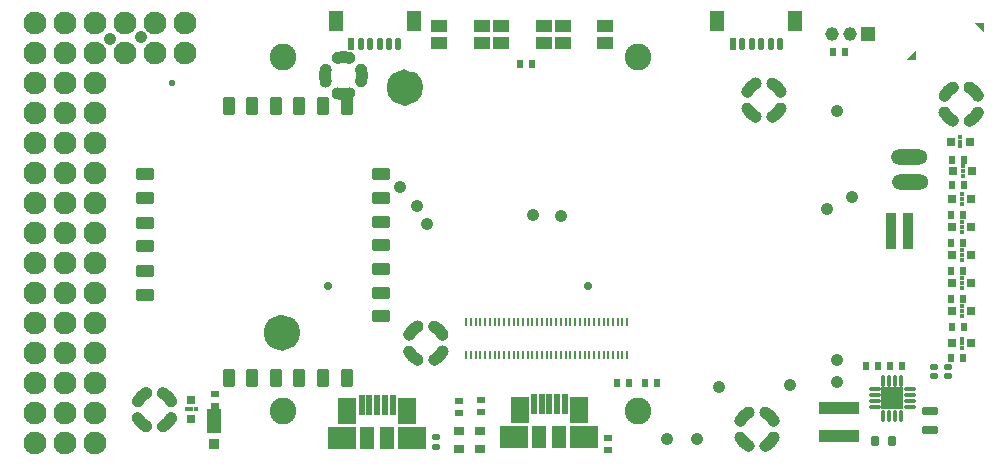
<source format=gbs>
G04 Layer_Color=16711935*
%FSLAX42Y42*%
%MOMM*%
G71*
G01*
G75*
G04:AMPARAMS|DCode=25|XSize=0.51mm|YSize=0.61mm|CornerRadius=0.13mm|HoleSize=0mm|Usage=FLASHONLY|Rotation=270.000|XOffset=0mm|YOffset=0mm|HoleType=Round|Shape=RoundedRectangle|*
%AMROUNDEDRECTD25*
21,1,0.51,0.36,0,0,270.0*
21,1,0.25,0.61,0,0,270.0*
1,1,0.25,-0.18,-0.13*
1,1,0.25,-0.18,0.13*
1,1,0.25,0.18,0.13*
1,1,0.25,0.18,-0.13*
%
%ADD25ROUNDEDRECTD25*%
%ADD31C,1.00*%
G04:AMPARAMS|DCode=67|XSize=0.71mm|YSize=1.32mm|CornerRadius=0.18mm|HoleSize=0mm|Usage=FLASHONLY|Rotation=270.000|XOffset=0mm|YOffset=0mm|HoleType=Round|Shape=RoundedRectangle|*
%AMROUNDEDRECTD67*
21,1,0.71,0.97,0,0,270.0*
21,1,0.36,1.32,0,0,270.0*
1,1,0.36,-0.48,-0.18*
1,1,0.36,-0.48,0.18*
1,1,0.36,0.48,0.18*
1,1,0.36,0.48,-0.18*
%
%ADD67ROUNDEDRECTD67*%
G04:AMPARAMS|DCode=69|XSize=0.61mm|YSize=0.91mm|CornerRadius=0.15mm|HoleSize=0mm|Usage=FLASHONLY|Rotation=0.000|XOffset=0mm|YOffset=0mm|HoleType=Round|Shape=RoundedRectangle|*
%AMROUNDEDRECTD69*
21,1,0.61,0.61,0,0,0.0*
21,1,0.30,0.91,0,0,0.0*
1,1,0.30,0.15,-0.30*
1,1,0.30,-0.15,-0.30*
1,1,0.30,-0.15,0.30*
1,1,0.30,0.15,0.30*
%
%ADD69ROUNDEDRECTD69*%
%ADD100R,0.56X0.66*%
%ADD107C,2.26*%
%ADD108R,0.46X0.46*%
%ADD109C,0.71*%
%ADD110C,1.17*%
%ADD111R,1.17X1.17*%
%ADD112R,0.46X0.46*%
%ADD113C,0.55*%
%ADD114C,1.27*%
%ADD115R,3.45X1.03*%
%ADD116O,0.99X0.42*%
%ADD117O,0.42X0.99*%
%ADD118R,1.84X1.84*%
G04:AMPARAMS|DCode=119|XSize=1.55mm|YSize=1.07mm|CornerRadius=0.28mm|HoleSize=0mm|Usage=FLASHONLY|Rotation=180.000|XOffset=0mm|YOffset=0mm|HoleType=Round|Shape=RoundedRectangle|*
%AMROUNDEDRECTD119*
21,1,1.55,0.51,0,0,180.0*
21,1,0.99,1.07,0,0,180.0*
1,1,0.56,-0.50,0.25*
1,1,0.56,0.50,0.25*
1,1,0.56,0.50,-0.25*
1,1,0.56,-0.50,-0.25*
%
%ADD119ROUNDEDRECTD119*%
G04:AMPARAMS|DCode=120|XSize=1.55mm|YSize=1.07mm|CornerRadius=0.28mm|HoleSize=0mm|Usage=FLASHONLY|Rotation=90.000|XOffset=0mm|YOffset=0mm|HoleType=Round|Shape=RoundedRectangle|*
%AMROUNDEDRECTD120*
21,1,1.55,0.51,0,0,90.0*
21,1,0.99,1.07,0,0,90.0*
1,1,0.56,0.25,0.50*
1,1,0.56,0.25,-0.50*
1,1,0.56,-0.25,-0.50*
1,1,0.56,-0.25,0.50*
%
%ADD120ROUNDEDRECTD120*%
G04:AMPARAMS|DCode=121|XSize=1.07mm|YSize=1.07mm|CornerRadius=0.53mm|HoleSize=0mm|Usage=FLASHONLY|Rotation=0.000|XOffset=0mm|YOffset=0mm|HoleType=Round|Shape=RoundedRectangle|*
%AMROUNDEDRECTD121*
21,1,1.07,0.00,0,0,0.0*
21,1,0.00,1.07,0,0,0.0*
1,1,1.07,0.00,0.00*
1,1,1.07,0.00,0.00*
1,1,1.07,0.00,0.00*
1,1,1.07,0.00,0.00*
%
%ADD121ROUNDEDRECTD121*%
%ADD122R,0.81X3.07*%
%ADD123R,1.24X1.96*%
%ADD124R,2.44X1.96*%
%ADD125R,1.55X2.16*%
%ADD126R,0.51X1.75*%
%ADD127R,0.86X0.86*%
%ADD128R,1.17X2.06*%
%ADD129R,0.66X0.66*%
%ADD130R,1.25X1.75*%
%ADD131R,0.55X1.05*%
G04:AMPARAMS|DCode=132|XSize=0.55mm|YSize=1.05mm|CornerRadius=0.28mm|HoleSize=0mm|Usage=FLASHONLY|Rotation=180.000|XOffset=0mm|YOffset=0mm|HoleType=Round|Shape=RoundedRectangle|*
%AMROUNDEDRECTD132*
21,1,0.55,0.50,0,0,180.0*
21,1,0.00,1.05,0,0,180.0*
1,1,0.55,0.00,0.25*
1,1,0.55,0.00,0.25*
1,1,0.55,0.00,-0.25*
1,1,0.55,0.00,-0.25*
%
%ADD132ROUNDEDRECTD132*%
G04:AMPARAMS|DCode=133|XSize=3.07mm|YSize=1.32mm|CornerRadius=0.66mm|HoleSize=0mm|Usage=FLASHONLY|Rotation=0.000|XOffset=0mm|YOffset=0mm|HoleType=Round|Shape=RoundedRectangle|*
%AMROUNDEDRECTD133*
21,1,3.07,0.00,0,0,0.0*
21,1,1.75,1.32,0,0,0.0*
1,1,1.32,0.88,0.00*
1,1,1.32,-0.88,0.00*
1,1,1.32,-0.88,0.00*
1,1,1.32,0.88,0.00*
%
%ADD133ROUNDEDRECTD133*%
G04:AMPARAMS|DCode=134|XSize=1.57mm|YSize=1.57mm|CornerRadius=0.79mm|HoleSize=0mm|Usage=FLASHONLY|Rotation=90.000|XOffset=0mm|YOffset=0mm|HoleType=Round|Shape=RoundedRectangle|*
%AMROUNDEDRECTD134*
21,1,1.57,0.00,0,0,90.0*
21,1,0.00,1.57,0,0,90.0*
1,1,1.57,0.00,0.00*
1,1,1.57,0.00,0.00*
1,1,1.57,0.00,0.00*
1,1,1.57,0.00,0.00*
%
%ADD134ROUNDEDRECTD134*%
%ADD135R,1.47X1.12*%
%ADD136R,0.25X0.76*%
%ADD137R,0.97X0.66*%
%ADD138R,0.66X0.56*%
%ADD139R,0.66X0.66*%
G04:AMPARAMS|DCode=140|XSize=1.07mm|YSize=1.07mm|CornerRadius=0.53mm|HoleSize=0mm|Usage=FLASHONLY|Rotation=135.000|XOffset=0mm|YOffset=0mm|HoleType=Round|Shape=RoundedRectangle|*
%AMROUNDEDRECTD140*
21,1,1.07,0.00,0,0,135.0*
21,1,0.00,1.07,0,0,135.0*
1,1,1.07,0.00,0.00*
1,1,1.07,0.00,0.00*
1,1,1.07,0.00,0.00*
1,1,1.07,0.00,0.00*
%
%ADD140ROUNDEDRECTD140*%
G04:AMPARAMS|DCode=141|XSize=1.57mm|YSize=1.57mm|CornerRadius=0.79mm|HoleSize=0mm|Usage=FLASHONLY|Rotation=180.000|XOffset=0mm|YOffset=0mm|HoleType=Round|Shape=RoundedRectangle|*
%AMROUNDEDRECTD141*
21,1,1.57,0.00,0,0,180.0*
21,1,0.00,1.57,0,0,180.0*
1,1,1.57,0.00,0.00*
1,1,1.57,0.00,0.00*
1,1,1.57,0.00,0.00*
1,1,1.57,0.00,0.00*
%
%ADD141ROUNDEDRECTD141*%
G04:AMPARAMS|DCode=142|XSize=1.07mm|YSize=1.07mm|CornerRadius=0.53mm|HoleSize=0mm|Usage=FLASHONLY|Rotation=90.000|XOffset=0mm|YOffset=0mm|HoleType=Round|Shape=RoundedRectangle|*
%AMROUNDEDRECTD142*
21,1,1.07,0.00,0,0,90.0*
21,1,0.00,1.07,0,0,90.0*
1,1,1.07,0.00,0.00*
1,1,1.07,0.00,0.00*
1,1,1.07,0.00,0.00*
1,1,1.07,0.00,0.00*
%
%ADD142ROUNDEDRECTD142*%
%ADD143C,1.93*%
G36*
X10051Y5916D02*
X9968D01*
X10051Y5999D01*
Y5916D01*
D02*
G37*
G36*
X10620Y6146D02*
X10538Y6229D01*
X10620D01*
Y6146D01*
D02*
G37*
D25*
X10322Y3315D02*
D03*
Y3235D02*
D03*
X10198Y3317D02*
D03*
Y3237D02*
D03*
X5984Y2717D02*
D03*
Y2637D02*
D03*
D31*
X8772Y2645D02*
G03*
X8843Y2716I-71J141D01*
G01*
X8560D02*
G03*
X8631Y2645I141J71D01*
G01*
Y2928D02*
G03*
X8560Y2857I71J-141D01*
G01*
X8843D02*
G03*
X8772Y2928I-141J-71D01*
G01*
X8902Y5643D02*
G03*
X8831Y5714I-141J-71D01*
G01*
X8690D02*
G03*
X8619Y5643I71J-141D01*
G01*
Y5502D02*
G03*
X8690Y5431I141J71D01*
G01*
X8831D02*
G03*
X8902Y5502I-71J141D01*
G01*
X6039Y3586D02*
G03*
X5969Y3657I-141J-71D01*
G01*
Y3374D02*
G03*
X6039Y3445I-71J141D01*
G01*
X5756D02*
G03*
X5827Y3374I141J71D01*
G01*
Y3657D02*
G03*
X5756Y3586I71J-141D01*
G01*
X10572Y5609D02*
G03*
X10501Y5680I-141J-71D01*
G01*
X10360D02*
G03*
X10289Y5609I71J-141D01*
G01*
Y5468D02*
G03*
X10360Y5397I141J71D01*
G01*
X10501D02*
G03*
X10572Y5468I-71J141D01*
G01*
X3671Y2810D02*
G03*
X3742Y2881I-71J141D01*
G01*
X3459D02*
G03*
X3530Y2810I141J71D01*
G01*
Y3093D02*
G03*
X3459Y3022I71J-141D01*
G01*
X3742D02*
G03*
X3671Y3093I-141J-71D01*
G01*
X5350Y5730D02*
G03*
X5350Y5830I-150J50D01*
G01*
X5250Y5930D02*
G03*
X5150Y5930I-50J-150D01*
G01*
X5050Y5830D02*
G03*
X5050Y5730I150J-50D01*
G01*
X5150Y5630D02*
G03*
X5250Y5630I50J150D01*
G01*
D67*
X10165Y2943D02*
D03*
Y2783D02*
D03*
D69*
X9843Y2685D02*
D03*
X9703D02*
D03*
D100*
X10448Y3888D02*
D03*
X10347D02*
D03*
X6699Y5875D02*
D03*
X6800D02*
D03*
X9925Y3320D02*
D03*
X9824D02*
D03*
X9722D02*
D03*
X9621D02*
D03*
X7520Y3179D02*
D03*
X7620D02*
D03*
X7753D02*
D03*
X7854D02*
D03*
X10448Y3389D02*
D03*
X10347D02*
D03*
X10448Y4125D02*
D03*
X10347D02*
D03*
X10451Y3650D02*
D03*
X10350D02*
D03*
X10451Y5070D02*
D03*
X10350D02*
D03*
X9443Y5982D02*
D03*
X9342D02*
D03*
X10448Y4599D02*
D03*
X10347D02*
D03*
X10451Y4850D02*
D03*
X10350D02*
D03*
X10448Y4362D02*
D03*
X10347D02*
D03*
D107*
X7691Y5939D02*
D03*
X4691Y2939D02*
D03*
X7691D02*
D03*
X4691Y5939D02*
D03*
D108*
X10434Y4538D02*
D03*
Y4457D02*
D03*
Y3983D02*
D03*
Y4064D02*
D03*
Y3474D02*
D03*
Y3554D02*
D03*
X10436Y3827D02*
D03*
Y3746D02*
D03*
X10421Y5181D02*
D03*
Y5261D02*
D03*
X10434Y4301D02*
D03*
Y4220D02*
D03*
Y4775D02*
D03*
Y4694D02*
D03*
X10446Y4931D02*
D03*
Y5012D02*
D03*
X10434Y4497D02*
D03*
Y4023D02*
D03*
Y3513D02*
D03*
X10436Y3786D02*
D03*
X10421Y5221D02*
D03*
X10434Y4260D02*
D03*
Y4734D02*
D03*
X10446Y4971D02*
D03*
D109*
X7272Y3996D02*
D03*
X5070D02*
D03*
D110*
X9339Y6135D02*
D03*
X9491D02*
D03*
D111*
X9641D02*
D03*
D112*
X3873Y2954D02*
D03*
X3954D02*
D03*
X3913D02*
D03*
D113*
X3748Y5721D02*
D03*
D114*
X4770Y3604D02*
G03*
X4770Y3604I-91J0D01*
G01*
X5811Y5680D02*
G03*
X5811Y5680I-91J0D01*
G01*
D115*
X9395Y2969D02*
D03*
Y2732D02*
D03*
D116*
X9699Y2974D02*
D03*
Y3024D02*
D03*
Y3074D02*
D03*
Y3124D02*
D03*
X9994D02*
D03*
Y3074D02*
D03*
Y3024D02*
D03*
Y2974D02*
D03*
D117*
X9771Y3196D02*
D03*
X9821D02*
D03*
X9871D02*
D03*
X9921D02*
D03*
Y2901D02*
D03*
X9871D02*
D03*
X9821D02*
D03*
X9771D02*
D03*
D118*
X9846Y3049D02*
D03*
D119*
X5521Y4544D02*
D03*
Y4744D02*
D03*
Y4944D02*
D03*
Y4343D02*
D03*
Y4143D02*
D03*
Y3942D02*
D03*
Y3744D02*
D03*
X3521Y4334D02*
D03*
Y4534D02*
D03*
Y4744D02*
D03*
Y4944D02*
D03*
Y4124D02*
D03*
Y3924D02*
D03*
D120*
X5228Y5519D02*
D03*
X5028D02*
D03*
X4828D02*
D03*
X4628D02*
D03*
X4427D02*
D03*
X4227D02*
D03*
X5228Y3219D02*
D03*
X5028D02*
D03*
X4828D02*
D03*
X4628D02*
D03*
X4427D02*
D03*
X4227D02*
D03*
D121*
X7041Y4595D02*
D03*
X9291Y4649D02*
D03*
X9507Y4750D02*
D03*
X8380Y3140D02*
D03*
X8980Y3160D02*
D03*
X7940Y2700D02*
D03*
X8190D02*
D03*
X9375Y3374D02*
D03*
X9380Y3190D02*
D03*
Y5480D02*
D03*
X6807Y4597D02*
D03*
X5819Y4676D02*
D03*
X5906Y4521D02*
D03*
D122*
X9984Y4466D02*
D03*
X9833D02*
D03*
D123*
X7026Y2720D02*
D03*
X6858D02*
D03*
X5568Y2713D02*
D03*
X5400D02*
D03*
D124*
X6647Y2720D02*
D03*
X7239D02*
D03*
X5189Y2713D02*
D03*
X5781D02*
D03*
D125*
X6692Y2951D02*
D03*
X7193D02*
D03*
X5234Y2944D02*
D03*
X5735D02*
D03*
D126*
X7074Y3002D02*
D03*
X6812D02*
D03*
X6877D02*
D03*
X7008D02*
D03*
X6942D02*
D03*
X5616Y2995D02*
D03*
X5354D02*
D03*
X5419D02*
D03*
X5550D02*
D03*
X5484D02*
D03*
D127*
X4104Y2662D02*
D03*
D128*
Y2853D02*
D03*
D129*
X10352Y4497D02*
D03*
X10514D02*
D03*
Y4023D02*
D03*
X10352D02*
D03*
X10514Y3513D02*
D03*
X10352D02*
D03*
X10355Y3786D02*
D03*
X10516D02*
D03*
X10501Y5221D02*
D03*
X10340D02*
D03*
X10352Y4260D02*
D03*
X10514D02*
D03*
X10352Y4734D02*
D03*
X10514D02*
D03*
X10526Y4971D02*
D03*
X10365D02*
D03*
D130*
X5136Y6245D02*
D03*
X5796D02*
D03*
X8366D02*
D03*
X9026D02*
D03*
D131*
X5266Y6050D02*
D03*
X8496D02*
D03*
D132*
X5346D02*
D03*
X5426D02*
D03*
X5506D02*
D03*
X5586D02*
D03*
X5666D02*
D03*
X8576D02*
D03*
X8656D02*
D03*
X8736D02*
D03*
X8816D02*
D03*
X8896D02*
D03*
D133*
X10000Y4880D02*
D03*
X9990Y5088D02*
D03*
D134*
X4679Y3604D02*
D03*
D135*
X6370Y6199D02*
D03*
X6010D02*
D03*
X6370Y6053D02*
D03*
X6010D02*
D03*
X7417Y6199D02*
D03*
X7056D02*
D03*
X7417Y6053D02*
D03*
X7056D02*
D03*
X6894Y6199D02*
D03*
X6533D02*
D03*
X6894Y6053D02*
D03*
X6533D02*
D03*
D136*
X6240Y3693D02*
D03*
X6280D02*
D03*
X6320D02*
D03*
X6360D02*
D03*
X6400D02*
D03*
X6440D02*
D03*
X6480D02*
D03*
X6520D02*
D03*
X6560D02*
D03*
X6600D02*
D03*
X6640D02*
D03*
X6681D02*
D03*
X6721D02*
D03*
X6762D02*
D03*
X6800D02*
D03*
X6841D02*
D03*
X6881D02*
D03*
X6922D02*
D03*
X6960D02*
D03*
X7001D02*
D03*
X7041D02*
D03*
X7082D02*
D03*
X7120D02*
D03*
X7161D02*
D03*
X7201D02*
D03*
X7242D02*
D03*
X7280D02*
D03*
X7321D02*
D03*
X7361D02*
D03*
X7402D02*
D03*
X7440D02*
D03*
X7481D02*
D03*
X7521D02*
D03*
X7562D02*
D03*
X7600D02*
D03*
X6240Y3411D02*
D03*
X6280D02*
D03*
X6320D02*
D03*
X6360D02*
D03*
X6400D02*
D03*
X6440D02*
D03*
X6480D02*
D03*
X6520D02*
D03*
X6560D02*
D03*
X6600D02*
D03*
X6640D02*
D03*
X6681D02*
D03*
X6721D02*
D03*
X6762D02*
D03*
X6800D02*
D03*
X6841D02*
D03*
X6881D02*
D03*
X6922D02*
D03*
X6960D02*
D03*
X7001D02*
D03*
X7041D02*
D03*
X7082D02*
D03*
X7120D02*
D03*
X7161D02*
D03*
X7201D02*
D03*
X7242D02*
D03*
X7280D02*
D03*
X7321D02*
D03*
X7361D02*
D03*
X7402D02*
D03*
X7440D02*
D03*
X7481D02*
D03*
X7521D02*
D03*
X7562D02*
D03*
X7600D02*
D03*
D137*
X6358Y2774D02*
D03*
Y2622D02*
D03*
X6175Y2771D02*
D03*
Y2620D02*
D03*
D138*
X7444Y2607D02*
D03*
Y2708D02*
D03*
X6180Y2927D02*
D03*
Y3028D02*
D03*
X6368Y2932D02*
D03*
Y3033D02*
D03*
X4114Y3086D02*
D03*
Y2985D02*
D03*
D139*
X3913Y2874D02*
D03*
Y3035D02*
D03*
D140*
X3223Y6093D02*
D03*
X3485Y6111D02*
D03*
D141*
X5720Y5680D02*
D03*
D142*
X5679Y4834D02*
D03*
D143*
X2846Y2674D02*
D03*
Y2928D02*
D03*
Y3182D02*
D03*
Y3436D02*
D03*
Y3690D02*
D03*
Y3944D02*
D03*
Y4198D02*
D03*
Y4452D02*
D03*
Y4706D02*
D03*
Y4960D02*
D03*
Y5214D02*
D03*
Y5468D02*
D03*
Y5722D02*
D03*
X3100Y2674D02*
D03*
Y2928D02*
D03*
Y3182D02*
D03*
Y3436D02*
D03*
Y3690D02*
D03*
Y3944D02*
D03*
Y4198D02*
D03*
Y4452D02*
D03*
Y4706D02*
D03*
Y4960D02*
D03*
Y5214D02*
D03*
Y5468D02*
D03*
Y5722D02*
D03*
Y5976D02*
D03*
X2846Y6230D02*
D03*
Y5976D02*
D03*
X2592Y2674D02*
D03*
Y2928D02*
D03*
Y3182D02*
D03*
Y3436D02*
D03*
Y3690D02*
D03*
Y3944D02*
D03*
Y4198D02*
D03*
Y4452D02*
D03*
Y4706D02*
D03*
Y4960D02*
D03*
Y5214D02*
D03*
Y5468D02*
D03*
Y5722D02*
D03*
Y5976D02*
D03*
Y6230D02*
D03*
X3100D02*
D03*
X3858D02*
D03*
Y5976D02*
D03*
X3604Y6230D02*
D03*
Y5976D02*
D03*
X3350Y6230D02*
D03*
Y5976D02*
D03*
M02*

</source>
